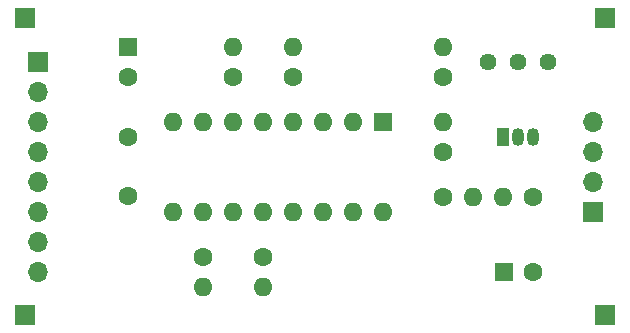
<source format=gbr>
%TF.GenerationSoftware,KiCad,Pcbnew,7.0.6*%
%TF.CreationDate,2023-08-20T13:22:53+02:00*%
%TF.ProjectId,atari_2600_av_mod,61746172-695f-4323-9630-305f61765f6d,1*%
%TF.SameCoordinates,Original*%
%TF.FileFunction,Soldermask,Bot*%
%TF.FilePolarity,Negative*%
%FSLAX46Y46*%
G04 Gerber Fmt 4.6, Leading zero omitted, Abs format (unit mm)*
G04 Created by KiCad (PCBNEW 7.0.6) date 2023-08-20 13:22:53*
%MOMM*%
%LPD*%
G01*
G04 APERTURE LIST*
%ADD10C,1.600000*%
%ADD11O,1.600000X1.600000*%
%ADD12R,1.600000X1.600000*%
%ADD13R,1.700000X1.700000*%
%ADD14O,1.700000X1.700000*%
%ADD15R,1.050000X1.500000*%
%ADD16O,1.050000X1.500000*%
%ADD17C,1.440000*%
G04 APERTURE END LIST*
D10*
%TO.C,R4*%
X35530000Y-35590000D03*
D11*
X35530000Y-38130000D03*
%TD*%
D12*
%TO.C,U1*%
X45690000Y-24160000D03*
D11*
X43150000Y-24160000D03*
X40610000Y-24160000D03*
X38070000Y-24160000D03*
X35530000Y-24160000D03*
X32990000Y-24160000D03*
X30450000Y-24160000D03*
X27910000Y-24160000D03*
X27910000Y-31780000D03*
X30450000Y-31780000D03*
X32990000Y-31780000D03*
X35530000Y-31780000D03*
X38070000Y-31780000D03*
X40610000Y-31780000D03*
X43150000Y-31780000D03*
X45690000Y-31780000D03*
%TD*%
D10*
%TO.C,R5*%
X50770000Y-20350000D03*
D11*
X50770000Y-17810000D03*
%TD*%
D10*
%TO.C,R1*%
X38070000Y-20350000D03*
D11*
X38070000Y-17810000D03*
%TD*%
D10*
%TO.C,C2*%
X24100000Y-30430000D03*
X24100000Y-25430000D03*
%TD*%
%TO.C,R7*%
X50770000Y-30510000D03*
D11*
X53310000Y-30510000D03*
%TD*%
D10*
%TO.C,R8*%
X58390000Y-30510000D03*
D11*
X55850000Y-30510000D03*
%TD*%
D13*
%TO.C,J2*%
X63470000Y-31750000D03*
D14*
X63470000Y-29210000D03*
X63470000Y-26670000D03*
X63470000Y-24130000D03*
%TD*%
D12*
%TO.C,C1*%
X24100000Y-17850000D03*
D10*
X24100000Y-20350000D03*
%TD*%
D13*
%TO.C,J1*%
X16480000Y-19080000D03*
D14*
X16480000Y-21620000D03*
X16480000Y-24160000D03*
X16480000Y-26700000D03*
X16480000Y-29240000D03*
X16480000Y-31780000D03*
X16480000Y-34320000D03*
X16480000Y-36860000D03*
%TD*%
D13*
%TO.C,J3*%
X15371146Y-15363548D03*
%TD*%
D10*
%TO.C,R3*%
X30450000Y-35590000D03*
D11*
X30450000Y-38130000D03*
%TD*%
D13*
%TO.C,J6*%
X64506439Y-40507248D03*
%TD*%
D10*
%TO.C,R6*%
X50770000Y-26700000D03*
D11*
X50770000Y-24160000D03*
%TD*%
D15*
%TO.C,Q1*%
X55850000Y-25430000D03*
D16*
X57120000Y-25430000D03*
X58390000Y-25430000D03*
%TD*%
D13*
%TO.C,J5*%
X15371146Y-40507248D03*
%TD*%
D12*
%TO.C,C3*%
X55890000Y-36860000D03*
D10*
X58390000Y-36860000D03*
%TD*%
D13*
%TO.C,J4*%
X64506439Y-15363548D03*
%TD*%
D10*
%TO.C,R2*%
X32990000Y-20350000D03*
D11*
X32990000Y-17810000D03*
%TD*%
D17*
%TO.C,RV1*%
X54595000Y-19080000D03*
X57135000Y-19080000D03*
X59675000Y-19080000D03*
%TD*%
M02*

</source>
